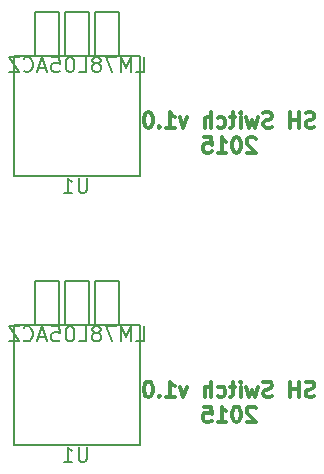
<source format=gbo>
G04 (created by PCBNEW (2013-may-18)-stable) date Сб 10 янв 2015 20:32:16*
%MOIN*%
G04 Gerber Fmt 3.4, Leading zero omitted, Abs format*
%FSLAX34Y34*%
G01*
G70*
G90*
G04 APERTURE LIST*
%ADD10C,0.00590551*%
%ADD11C,0.011811*%
%ADD12C,0.005*%
%ADD13C,0.006*%
G04 APERTURE END LIST*
G54D10*
G54D11*
X13075Y-15300D02*
X13002Y-15325D01*
X12880Y-15325D01*
X12831Y-15300D01*
X12807Y-15276D01*
X12783Y-15227D01*
X12783Y-15179D01*
X12807Y-15130D01*
X12831Y-15105D01*
X12880Y-15081D01*
X12978Y-15057D01*
X13026Y-15032D01*
X13051Y-15008D01*
X13075Y-14959D01*
X13075Y-14910D01*
X13051Y-14862D01*
X13026Y-14837D01*
X12978Y-14813D01*
X12856Y-14813D01*
X12783Y-14837D01*
X12563Y-15325D02*
X12563Y-14813D01*
X12563Y-15057D02*
X12271Y-15057D01*
X12271Y-15325D02*
X12271Y-14813D01*
X11661Y-15300D02*
X11588Y-15325D01*
X11467Y-15325D01*
X11418Y-15300D01*
X11393Y-15276D01*
X11369Y-15227D01*
X11369Y-15179D01*
X11393Y-15130D01*
X11418Y-15105D01*
X11467Y-15081D01*
X11564Y-15057D01*
X11613Y-15032D01*
X11637Y-15008D01*
X11661Y-14959D01*
X11661Y-14910D01*
X11637Y-14862D01*
X11613Y-14837D01*
X11564Y-14813D01*
X11442Y-14813D01*
X11369Y-14837D01*
X11198Y-14984D02*
X11101Y-15325D01*
X11003Y-15081D01*
X10906Y-15325D01*
X10808Y-14984D01*
X10613Y-15325D02*
X10613Y-14984D01*
X10613Y-14813D02*
X10638Y-14837D01*
X10613Y-14862D01*
X10589Y-14837D01*
X10613Y-14813D01*
X10613Y-14862D01*
X10443Y-14984D02*
X10248Y-14984D01*
X10370Y-14813D02*
X10370Y-15252D01*
X10345Y-15300D01*
X10297Y-15325D01*
X10248Y-15325D01*
X9858Y-15300D02*
X9907Y-15325D01*
X10004Y-15325D01*
X10053Y-15300D01*
X10077Y-15276D01*
X10102Y-15227D01*
X10102Y-15081D01*
X10077Y-15032D01*
X10053Y-15008D01*
X10004Y-14984D01*
X9907Y-14984D01*
X9858Y-15008D01*
X9639Y-15325D02*
X9639Y-14813D01*
X9419Y-15325D02*
X9419Y-15057D01*
X9444Y-15008D01*
X9492Y-14984D01*
X9565Y-14984D01*
X9614Y-15008D01*
X9639Y-15032D01*
X8834Y-14984D02*
X8712Y-15325D01*
X8591Y-14984D01*
X8128Y-15325D02*
X8420Y-15325D01*
X8274Y-15325D02*
X8274Y-14813D01*
X8323Y-14886D01*
X8371Y-14935D01*
X8420Y-14959D01*
X7908Y-15276D02*
X7884Y-15300D01*
X7908Y-15325D01*
X7933Y-15300D01*
X7908Y-15276D01*
X7908Y-15325D01*
X7567Y-14813D02*
X7518Y-14813D01*
X7470Y-14837D01*
X7445Y-14862D01*
X7421Y-14910D01*
X7396Y-15008D01*
X7396Y-15130D01*
X7421Y-15227D01*
X7445Y-15276D01*
X7470Y-15300D01*
X7518Y-15325D01*
X7567Y-15325D01*
X7616Y-15300D01*
X7640Y-15276D01*
X7664Y-15227D01*
X7689Y-15130D01*
X7689Y-15008D01*
X7664Y-14910D01*
X7640Y-14862D01*
X7616Y-14837D01*
X7567Y-14813D01*
X11113Y-15696D02*
X11089Y-15672D01*
X11040Y-15648D01*
X10918Y-15648D01*
X10869Y-15672D01*
X10845Y-15696D01*
X10821Y-15745D01*
X10821Y-15794D01*
X10845Y-15867D01*
X11137Y-16159D01*
X10821Y-16159D01*
X10504Y-15648D02*
X10455Y-15648D01*
X10406Y-15672D01*
X10382Y-15696D01*
X10358Y-15745D01*
X10333Y-15843D01*
X10333Y-15964D01*
X10358Y-16062D01*
X10382Y-16111D01*
X10406Y-16135D01*
X10455Y-16159D01*
X10504Y-16159D01*
X10553Y-16135D01*
X10577Y-16111D01*
X10601Y-16062D01*
X10626Y-15964D01*
X10626Y-15843D01*
X10601Y-15745D01*
X10577Y-15696D01*
X10553Y-15672D01*
X10504Y-15648D01*
X9846Y-16159D02*
X10138Y-16159D01*
X9992Y-16159D02*
X9992Y-15648D01*
X10041Y-15721D01*
X10089Y-15769D01*
X10138Y-15794D01*
X9383Y-15648D02*
X9626Y-15648D01*
X9651Y-15891D01*
X9626Y-15867D01*
X9578Y-15843D01*
X9456Y-15843D01*
X9407Y-15867D01*
X9383Y-15891D01*
X9358Y-15940D01*
X9358Y-16062D01*
X9383Y-16111D01*
X9407Y-16135D01*
X9456Y-16159D01*
X9578Y-16159D01*
X9626Y-16135D01*
X9651Y-16111D01*
X13075Y-6324D02*
X13002Y-6348D01*
X12880Y-6348D01*
X12831Y-6324D01*
X12807Y-6300D01*
X12783Y-6251D01*
X12783Y-6202D01*
X12807Y-6153D01*
X12831Y-6129D01*
X12880Y-6105D01*
X12978Y-6080D01*
X13026Y-6056D01*
X13051Y-6032D01*
X13075Y-5983D01*
X13075Y-5934D01*
X13051Y-5885D01*
X13026Y-5861D01*
X12978Y-5837D01*
X12856Y-5837D01*
X12783Y-5861D01*
X12563Y-6348D02*
X12563Y-5837D01*
X12563Y-6080D02*
X12271Y-6080D01*
X12271Y-6348D02*
X12271Y-5837D01*
X11661Y-6324D02*
X11588Y-6348D01*
X11467Y-6348D01*
X11418Y-6324D01*
X11393Y-6300D01*
X11369Y-6251D01*
X11369Y-6202D01*
X11393Y-6153D01*
X11418Y-6129D01*
X11467Y-6105D01*
X11564Y-6080D01*
X11613Y-6056D01*
X11637Y-6032D01*
X11661Y-5983D01*
X11661Y-5934D01*
X11637Y-5885D01*
X11613Y-5861D01*
X11564Y-5837D01*
X11442Y-5837D01*
X11369Y-5861D01*
X11198Y-6007D02*
X11101Y-6348D01*
X11003Y-6105D01*
X10906Y-6348D01*
X10808Y-6007D01*
X10613Y-6348D02*
X10613Y-6007D01*
X10613Y-5837D02*
X10638Y-5861D01*
X10613Y-5885D01*
X10589Y-5861D01*
X10613Y-5837D01*
X10613Y-5885D01*
X10443Y-6007D02*
X10248Y-6007D01*
X10370Y-5837D02*
X10370Y-6275D01*
X10345Y-6324D01*
X10297Y-6348D01*
X10248Y-6348D01*
X9858Y-6324D02*
X9907Y-6348D01*
X10004Y-6348D01*
X10053Y-6324D01*
X10077Y-6300D01*
X10102Y-6251D01*
X10102Y-6105D01*
X10077Y-6056D01*
X10053Y-6032D01*
X10004Y-6007D01*
X9907Y-6007D01*
X9858Y-6032D01*
X9639Y-6348D02*
X9639Y-5837D01*
X9419Y-6348D02*
X9419Y-6080D01*
X9444Y-6032D01*
X9492Y-6007D01*
X9565Y-6007D01*
X9614Y-6032D01*
X9639Y-6056D01*
X8834Y-6007D02*
X8712Y-6348D01*
X8591Y-6007D01*
X8128Y-6348D02*
X8420Y-6348D01*
X8274Y-6348D02*
X8274Y-5837D01*
X8323Y-5910D01*
X8371Y-5958D01*
X8420Y-5983D01*
X7908Y-6300D02*
X7884Y-6324D01*
X7908Y-6348D01*
X7933Y-6324D01*
X7908Y-6300D01*
X7908Y-6348D01*
X7567Y-5837D02*
X7518Y-5837D01*
X7470Y-5861D01*
X7445Y-5885D01*
X7421Y-5934D01*
X7396Y-6032D01*
X7396Y-6153D01*
X7421Y-6251D01*
X7445Y-6300D01*
X7470Y-6324D01*
X7518Y-6348D01*
X7567Y-6348D01*
X7616Y-6324D01*
X7640Y-6300D01*
X7664Y-6251D01*
X7689Y-6153D01*
X7689Y-6032D01*
X7664Y-5934D01*
X7640Y-5885D01*
X7616Y-5861D01*
X7567Y-5837D01*
X11113Y-6720D02*
X11089Y-6696D01*
X11040Y-6671D01*
X10918Y-6671D01*
X10869Y-6696D01*
X10845Y-6720D01*
X10821Y-6769D01*
X10821Y-6817D01*
X10845Y-6891D01*
X11137Y-7183D01*
X10821Y-7183D01*
X10504Y-6671D02*
X10455Y-6671D01*
X10406Y-6696D01*
X10382Y-6720D01*
X10358Y-6769D01*
X10333Y-6866D01*
X10333Y-6988D01*
X10358Y-7086D01*
X10382Y-7134D01*
X10406Y-7159D01*
X10455Y-7183D01*
X10504Y-7183D01*
X10553Y-7159D01*
X10577Y-7134D01*
X10601Y-7086D01*
X10626Y-6988D01*
X10626Y-6866D01*
X10601Y-6769D01*
X10577Y-6720D01*
X10553Y-6696D01*
X10504Y-6671D01*
X9846Y-7183D02*
X10138Y-7183D01*
X9992Y-7183D02*
X9992Y-6671D01*
X10041Y-6744D01*
X10089Y-6793D01*
X10138Y-6817D01*
X9383Y-6671D02*
X9626Y-6671D01*
X9651Y-6915D01*
X9626Y-6891D01*
X9578Y-6866D01*
X9456Y-6866D01*
X9407Y-6891D01*
X9383Y-6915D01*
X9358Y-6964D01*
X9358Y-7086D01*
X9383Y-7134D01*
X9407Y-7159D01*
X9456Y-7183D01*
X9578Y-7183D01*
X9626Y-7159D01*
X9651Y-7134D01*
G54D12*
X5757Y-12918D02*
X5757Y-11468D01*
X5757Y-11468D02*
X6557Y-11468D01*
X6557Y-11468D02*
X6557Y-12918D01*
X4757Y-12918D02*
X4757Y-11468D01*
X4757Y-11468D02*
X5557Y-11468D01*
X5557Y-11468D02*
X5557Y-12918D01*
X3757Y-12918D02*
X3757Y-11468D01*
X3757Y-11468D02*
X4557Y-11468D01*
X4557Y-11468D02*
X4557Y-12918D01*
X3057Y-12918D02*
X7257Y-12918D01*
X7257Y-12918D02*
X7257Y-16918D01*
X7257Y-16918D02*
X3057Y-16918D01*
X3057Y-16918D02*
X3057Y-12918D01*
X5757Y-3942D02*
X5757Y-2492D01*
X5757Y-2492D02*
X6557Y-2492D01*
X6557Y-2492D02*
X6557Y-3942D01*
X4757Y-3942D02*
X4757Y-2492D01*
X4757Y-2492D02*
X5557Y-2492D01*
X5557Y-2492D02*
X5557Y-3942D01*
X3757Y-3942D02*
X3757Y-2492D01*
X3757Y-2492D02*
X4557Y-2492D01*
X4557Y-2492D02*
X4557Y-3942D01*
X3057Y-3942D02*
X7257Y-3942D01*
X7257Y-3942D02*
X7257Y-7942D01*
X7257Y-7942D02*
X3057Y-7942D01*
X3057Y-7942D02*
X3057Y-3942D01*
G54D13*
X5499Y-16985D02*
X5499Y-17390D01*
X5475Y-17438D01*
X5451Y-17462D01*
X5403Y-17485D01*
X5308Y-17485D01*
X5260Y-17462D01*
X5237Y-17438D01*
X5213Y-17390D01*
X5213Y-16985D01*
X4713Y-17485D02*
X4999Y-17485D01*
X4856Y-17485D02*
X4856Y-16985D01*
X4903Y-17057D01*
X4951Y-17104D01*
X4999Y-17128D01*
X7145Y-13470D02*
X7383Y-13470D01*
X7383Y-12970D01*
X6978Y-13470D02*
X6978Y-12970D01*
X6812Y-13328D01*
X6645Y-12970D01*
X6645Y-13470D01*
X6455Y-12970D02*
X6121Y-12970D01*
X6336Y-13470D01*
X5859Y-13185D02*
X5907Y-13161D01*
X5931Y-13137D01*
X5955Y-13089D01*
X5955Y-13066D01*
X5931Y-13018D01*
X5907Y-12994D01*
X5859Y-12970D01*
X5764Y-12970D01*
X5717Y-12994D01*
X5693Y-13018D01*
X5669Y-13066D01*
X5669Y-13089D01*
X5693Y-13137D01*
X5717Y-13161D01*
X5764Y-13185D01*
X5859Y-13185D01*
X5907Y-13208D01*
X5931Y-13232D01*
X5955Y-13280D01*
X5955Y-13375D01*
X5931Y-13423D01*
X5907Y-13447D01*
X5859Y-13470D01*
X5764Y-13470D01*
X5717Y-13447D01*
X5693Y-13423D01*
X5669Y-13375D01*
X5669Y-13280D01*
X5693Y-13232D01*
X5717Y-13208D01*
X5764Y-13185D01*
X5217Y-13470D02*
X5455Y-13470D01*
X5455Y-12970D01*
X4955Y-12970D02*
X4907Y-12970D01*
X4859Y-12994D01*
X4836Y-13018D01*
X4812Y-13066D01*
X4788Y-13161D01*
X4788Y-13280D01*
X4812Y-13375D01*
X4836Y-13423D01*
X4859Y-13447D01*
X4907Y-13470D01*
X4955Y-13470D01*
X5002Y-13447D01*
X5026Y-13423D01*
X5050Y-13375D01*
X5074Y-13280D01*
X5074Y-13161D01*
X5050Y-13066D01*
X5026Y-13018D01*
X5002Y-12994D01*
X4955Y-12970D01*
X4336Y-12970D02*
X4574Y-12970D01*
X4597Y-13208D01*
X4574Y-13185D01*
X4526Y-13161D01*
X4407Y-13161D01*
X4359Y-13185D01*
X4336Y-13208D01*
X4312Y-13256D01*
X4312Y-13375D01*
X4336Y-13423D01*
X4359Y-13447D01*
X4407Y-13470D01*
X4526Y-13470D01*
X4574Y-13447D01*
X4597Y-13423D01*
X4121Y-13328D02*
X3883Y-13328D01*
X4169Y-13470D02*
X4002Y-12970D01*
X3836Y-13470D01*
X3383Y-13423D02*
X3407Y-13447D01*
X3478Y-13470D01*
X3526Y-13470D01*
X3597Y-13447D01*
X3645Y-13399D01*
X3669Y-13351D01*
X3693Y-13256D01*
X3693Y-13185D01*
X3669Y-13089D01*
X3645Y-13042D01*
X3597Y-12994D01*
X3526Y-12970D01*
X3478Y-12970D01*
X3407Y-12994D01*
X3383Y-13018D01*
X3217Y-12970D02*
X2883Y-12970D01*
X3217Y-13470D01*
X2883Y-13470D01*
X5499Y-8009D02*
X5499Y-8414D01*
X5475Y-8461D01*
X5451Y-8485D01*
X5403Y-8509D01*
X5308Y-8509D01*
X5260Y-8485D01*
X5237Y-8461D01*
X5213Y-8414D01*
X5213Y-8009D01*
X4713Y-8509D02*
X4999Y-8509D01*
X4856Y-8509D02*
X4856Y-8009D01*
X4903Y-8080D01*
X4951Y-8128D01*
X4999Y-8152D01*
X7145Y-4494D02*
X7383Y-4494D01*
X7383Y-3994D01*
X6978Y-4494D02*
X6978Y-3994D01*
X6812Y-4351D01*
X6645Y-3994D01*
X6645Y-4494D01*
X6455Y-3994D02*
X6121Y-3994D01*
X6336Y-4494D01*
X5859Y-4208D02*
X5907Y-4184D01*
X5931Y-4161D01*
X5955Y-4113D01*
X5955Y-4089D01*
X5931Y-4042D01*
X5907Y-4018D01*
X5859Y-3994D01*
X5764Y-3994D01*
X5717Y-4018D01*
X5693Y-4042D01*
X5669Y-4089D01*
X5669Y-4113D01*
X5693Y-4161D01*
X5717Y-4184D01*
X5764Y-4208D01*
X5859Y-4208D01*
X5907Y-4232D01*
X5931Y-4256D01*
X5955Y-4304D01*
X5955Y-4399D01*
X5931Y-4446D01*
X5907Y-4470D01*
X5859Y-4494D01*
X5764Y-4494D01*
X5717Y-4470D01*
X5693Y-4446D01*
X5669Y-4399D01*
X5669Y-4304D01*
X5693Y-4256D01*
X5717Y-4232D01*
X5764Y-4208D01*
X5217Y-4494D02*
X5455Y-4494D01*
X5455Y-3994D01*
X4955Y-3994D02*
X4907Y-3994D01*
X4859Y-4018D01*
X4836Y-4042D01*
X4812Y-4089D01*
X4788Y-4184D01*
X4788Y-4304D01*
X4812Y-4399D01*
X4836Y-4446D01*
X4859Y-4470D01*
X4907Y-4494D01*
X4955Y-4494D01*
X5002Y-4470D01*
X5026Y-4446D01*
X5050Y-4399D01*
X5074Y-4304D01*
X5074Y-4184D01*
X5050Y-4089D01*
X5026Y-4042D01*
X5002Y-4018D01*
X4955Y-3994D01*
X4336Y-3994D02*
X4574Y-3994D01*
X4597Y-4232D01*
X4574Y-4208D01*
X4526Y-4184D01*
X4407Y-4184D01*
X4359Y-4208D01*
X4336Y-4232D01*
X4312Y-4280D01*
X4312Y-4399D01*
X4336Y-4446D01*
X4359Y-4470D01*
X4407Y-4494D01*
X4526Y-4494D01*
X4574Y-4470D01*
X4597Y-4446D01*
X4121Y-4351D02*
X3883Y-4351D01*
X4169Y-4494D02*
X4002Y-3994D01*
X3836Y-4494D01*
X3383Y-4446D02*
X3407Y-4470D01*
X3478Y-4494D01*
X3526Y-4494D01*
X3597Y-4470D01*
X3645Y-4423D01*
X3669Y-4375D01*
X3693Y-4280D01*
X3693Y-4208D01*
X3669Y-4113D01*
X3645Y-4065D01*
X3597Y-4018D01*
X3526Y-3994D01*
X3478Y-3994D01*
X3407Y-4018D01*
X3383Y-4042D01*
X3217Y-3994D02*
X2883Y-3994D01*
X3217Y-4494D01*
X2883Y-4494D01*
M02*

</source>
